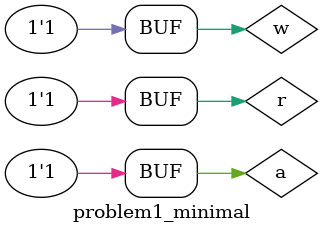
<source format=v>
module problem1_minimal;

reg a, r;

wire w;

always @(*) r = a;

assign w = a;

initial begin
 a = 0;
 a = 1;
end

initial $monitor("a = %b, r = %b, w = %b", a, r, w);

endmodule

</source>
